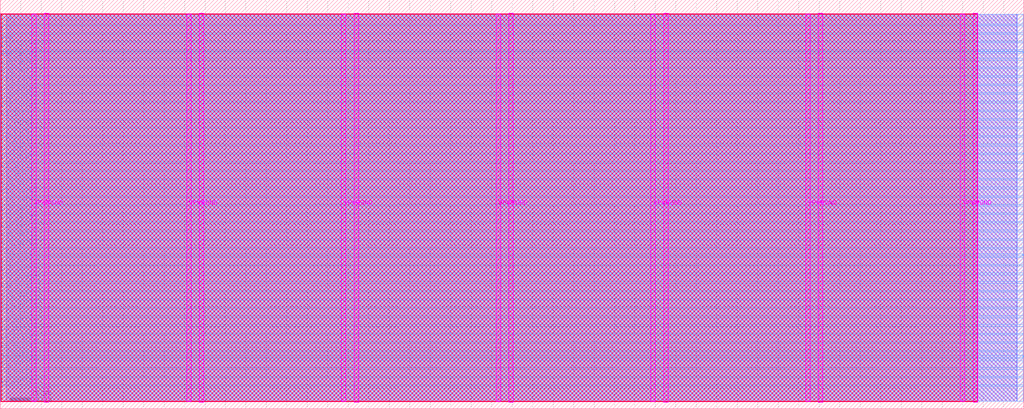
<source format=lef>
VERSION 5.7 ;
  NOWIREEXTENSIONATPIN ON ;
  DIVIDERCHAR "/" ;
  BUSBITCHARS "[]" ;
MACRO heichips25_bagel
  CLASS BLOCK ;
  FOREIGN heichips25_bagel ;
  ORIGIN 0.000 0.000 ;
  SIZE 500.000 BY 200.000 ;
  PIN VGND
    DIRECTION INOUT ;
    USE GROUND ;
    PORT
      LAYER TopMetal1 ;
        RECT 21.580 3.150 23.780 193.410 ;
    END
    PORT
      LAYER TopMetal1 ;
        RECT 97.180 3.150 99.380 193.410 ;
    END
    PORT
      LAYER TopMetal1 ;
        RECT 172.780 3.150 174.980 193.410 ;
    END
    PORT
      LAYER TopMetal1 ;
        RECT 248.380 3.150 250.580 193.410 ;
    END
    PORT
      LAYER TopMetal1 ;
        RECT 323.980 3.150 326.180 193.410 ;
    END
    PORT
      LAYER TopMetal1 ;
        RECT 399.580 3.150 401.780 193.410 ;
    END
    PORT
      LAYER TopMetal1 ;
        RECT 475.180 3.150 477.380 193.410 ;
    END
  END VGND
  PIN VPWR
    DIRECTION INOUT ;
    USE POWER ;
    PORT
      LAYER TopMetal1 ;
        RECT 15.380 3.560 17.580 193.000 ;
    END
    PORT
      LAYER TopMetal1 ;
        RECT 90.980 3.560 93.180 193.000 ;
    END
    PORT
      LAYER TopMetal1 ;
        RECT 166.580 3.560 168.780 193.000 ;
    END
    PORT
      LAYER TopMetal1 ;
        RECT 242.180 3.560 244.380 193.000 ;
    END
    PORT
      LAYER TopMetal1 ;
        RECT 317.780 3.560 319.980 193.000 ;
    END
    PORT
      LAYER TopMetal1 ;
        RECT 393.380 3.560 395.580 193.000 ;
    END
    PORT
      LAYER TopMetal1 ;
        RECT 468.980 3.560 471.180 193.000 ;
    END
  END VPWR
  PIN clk
    DIRECTION INPUT ;
    USE SIGNAL ;
    ANTENNAGATEAREA 1.450800 ;
    PORT
      LAYER Metal3 ;
        RECT 0.000 183.340 0.400 183.740 ;
    END
  END clk
  PIN ena
    DIRECTION INPUT ;
    USE SIGNAL ;
    PORT
      LAYER Metal3 ;
        RECT 0.000 179.140 0.400 179.540 ;
    END
  END ena
  PIN rst_n
    DIRECTION INPUT ;
    USE SIGNAL ;
    ANTENNAGATEAREA 1.450800 ;
    PORT
      LAYER Metal3 ;
        RECT 0.000 187.540 0.400 187.940 ;
    END
  END rst_n
  PIN tmds_b
    DIRECTION OUTPUT ;
    USE SIGNAL ;
    ANTENNADIFFAREA 0.708600 ;
    PORT
      LAYER Metal3 ;
        RECT 499.600 124.540 500.000 124.940 ;
    END
  END tmds_b
  PIN tmds_clk
    DIRECTION OUTPUT ;
    USE SIGNAL ;
    ANTENNADIFFAREA 0.708600 ;
    PORT
      LAYER Metal3 ;
        RECT 499.600 174.100 500.000 174.500 ;
    END
  END tmds_clk
  PIN tmds_g
    DIRECTION OUTPUT ;
    USE SIGNAL ;
    ANTENNADIFFAREA 0.708600 ;
    PORT
      LAYER Metal3 ;
        RECT 499.600 74.980 500.000 75.380 ;
    END
  END tmds_g
  PIN tmds_r
    DIRECTION OUTPUT ;
    USE SIGNAL ;
    ANTENNADIFFAREA 0.708600 ;
    PORT
      LAYER Metal3 ;
        RECT 499.600 25.420 500.000 25.820 ;
    END
  END tmds_r
  PIN ui_in[0]
    DIRECTION INPUT ;
    USE SIGNAL ;
    ANTENNAGATEAREA 0.213200 ;
    PORT
      LAYER Metal3 ;
        RECT 0.000 111.940 0.400 112.340 ;
    END
  END ui_in[0]
  PIN ui_in[1]
    DIRECTION INPUT ;
    USE SIGNAL ;
    ANTENNAGATEAREA 0.213200 ;
    PORT
      LAYER Metal3 ;
        RECT 0.000 116.140 0.400 116.540 ;
    END
  END ui_in[1]
  PIN ui_in[2]
    DIRECTION INPUT ;
    USE SIGNAL ;
    PORT
      LAYER Metal3 ;
        RECT 0.000 120.340 0.400 120.740 ;
    END
  END ui_in[2]
  PIN ui_in[3]
    DIRECTION INPUT ;
    USE SIGNAL ;
    PORT
      LAYER Metal3 ;
        RECT 0.000 124.540 0.400 124.940 ;
    END
  END ui_in[3]
  PIN ui_in[4]
    DIRECTION INPUT ;
    USE SIGNAL ;
    ANTENNAGATEAREA 0.725400 ;
    PORT
      LAYER Metal3 ;
        RECT 0.000 128.740 0.400 129.140 ;
    END
  END ui_in[4]
  PIN ui_in[5]
    DIRECTION INPUT ;
    USE SIGNAL ;
    ANTENNAGATEAREA 1.450800 ;
    PORT
      LAYER Metal3 ;
        RECT 0.000 132.940 0.400 133.340 ;
    END
  END ui_in[5]
  PIN ui_in[6]
    DIRECTION INPUT ;
    USE SIGNAL ;
    ANTENNAGATEAREA 1.450800 ;
    PORT
      LAYER Metal3 ;
        RECT 0.000 137.140 0.400 137.540 ;
    END
  END ui_in[6]
  PIN ui_in[7]
    DIRECTION INPUT ;
    USE SIGNAL ;
    ANTENNAGATEAREA 0.725400 ;
    PORT
      LAYER Metal3 ;
        RECT 0.000 141.340 0.400 141.740 ;
    END
  END ui_in[7]
  PIN uio_in[0]
    DIRECTION INPUT ;
    USE SIGNAL ;
    PORT
      LAYER Metal3 ;
        RECT 0.000 145.540 0.400 145.940 ;
    END
  END uio_in[0]
  PIN uio_in[1]
    DIRECTION INPUT ;
    USE SIGNAL ;
    PORT
      LAYER Metal3 ;
        RECT 0.000 149.740 0.400 150.140 ;
    END
  END uio_in[1]
  PIN uio_in[2]
    DIRECTION INPUT ;
    USE SIGNAL ;
    PORT
      LAYER Metal3 ;
        RECT 0.000 153.940 0.400 154.340 ;
    END
  END uio_in[2]
  PIN uio_in[3]
    DIRECTION INPUT ;
    USE SIGNAL ;
    PORT
      LAYER Metal3 ;
        RECT 0.000 158.140 0.400 158.540 ;
    END
  END uio_in[3]
  PIN uio_in[4]
    DIRECTION INPUT ;
    USE SIGNAL ;
    PORT
      LAYER Metal3 ;
        RECT 0.000 162.340 0.400 162.740 ;
    END
  END uio_in[4]
  PIN uio_in[5]
    DIRECTION INPUT ;
    USE SIGNAL ;
    PORT
      LAYER Metal3 ;
        RECT 0.000 166.540 0.400 166.940 ;
    END
  END uio_in[5]
  PIN uio_in[6]
    DIRECTION INPUT ;
    USE SIGNAL ;
    PORT
      LAYER Metal3 ;
        RECT 0.000 170.740 0.400 171.140 ;
    END
  END uio_in[6]
  PIN uio_in[7]
    DIRECTION INPUT ;
    USE SIGNAL ;
    PORT
      LAYER Metal3 ;
        RECT 0.000 174.940 0.400 175.340 ;
    END
  END uio_in[7]
  PIN uio_oe[0]
    DIRECTION OUTPUT ;
    USE SIGNAL ;
    ANTENNADIFFAREA 0.299200 ;
    PORT
      LAYER Metal3 ;
        RECT 0.000 78.340 0.400 78.740 ;
    END
  END uio_oe[0]
  PIN uio_oe[1]
    DIRECTION OUTPUT ;
    USE SIGNAL ;
    ANTENNADIFFAREA 0.299200 ;
    PORT
      LAYER Metal3 ;
        RECT 0.000 82.540 0.400 82.940 ;
    END
  END uio_oe[1]
  PIN uio_oe[2]
    DIRECTION OUTPUT ;
    USE SIGNAL ;
    ANTENNADIFFAREA 0.299200 ;
    PORT
      LAYER Metal3 ;
        RECT 0.000 86.740 0.400 87.140 ;
    END
  END uio_oe[2]
  PIN uio_oe[3]
    DIRECTION OUTPUT ;
    USE SIGNAL ;
    ANTENNADIFFAREA 0.299200 ;
    PORT
      LAYER Metal3 ;
        RECT 0.000 90.940 0.400 91.340 ;
    END
  END uio_oe[3]
  PIN uio_oe[4]
    DIRECTION OUTPUT ;
    USE SIGNAL ;
    ANTENNADIFFAREA 0.299200 ;
    PORT
      LAYER Metal3 ;
        RECT 0.000 95.140 0.400 95.540 ;
    END
  END uio_oe[4]
  PIN uio_oe[5]
    DIRECTION OUTPUT ;
    USE SIGNAL ;
    ANTENNADIFFAREA 0.299200 ;
    PORT
      LAYER Metal3 ;
        RECT 0.000 99.340 0.400 99.740 ;
    END
  END uio_oe[5]
  PIN uio_oe[6]
    DIRECTION OUTPUT ;
    USE SIGNAL ;
    ANTENNADIFFAREA 0.299200 ;
    PORT
      LAYER Metal3 ;
        RECT 0.000 103.540 0.400 103.940 ;
    END
  END uio_oe[6]
  PIN uio_oe[7]
    DIRECTION OUTPUT ;
    USE SIGNAL ;
    ANTENNADIFFAREA 0.299200 ;
    PORT
      LAYER Metal3 ;
        RECT 0.000 107.740 0.400 108.140 ;
    END
  END uio_oe[7]
  PIN uio_out[0]
    DIRECTION OUTPUT ;
    USE SIGNAL ;
    ANTENNADIFFAREA 0.708600 ;
    PORT
      LAYER Metal3 ;
        RECT 0.000 44.740 0.400 45.140 ;
    END
  END uio_out[0]
  PIN uio_out[1]
    DIRECTION OUTPUT ;
    USE SIGNAL ;
    ANTENNADIFFAREA 0.299200 ;
    PORT
      LAYER Metal3 ;
        RECT 0.000 48.940 0.400 49.340 ;
    END
  END uio_out[1]
  PIN uio_out[2]
    DIRECTION OUTPUT ;
    USE SIGNAL ;
    ANTENNADIFFAREA 0.708600 ;
    PORT
      LAYER Metal3 ;
        RECT 0.000 53.140 0.400 53.540 ;
    END
  END uio_out[2]
  PIN uio_out[3]
    DIRECTION OUTPUT ;
    USE SIGNAL ;
    ANTENNADIFFAREA 0.708600 ;
    PORT
      LAYER Metal3 ;
        RECT 0.000 57.340 0.400 57.740 ;
    END
  END uio_out[3]
  PIN uio_out[4]
    DIRECTION OUTPUT ;
    USE SIGNAL ;
    ANTENNADIFFAREA 0.708600 ;
    PORT
      LAYER Metal3 ;
        RECT 0.000 61.540 0.400 61.940 ;
    END
  END uio_out[4]
  PIN uio_out[5]
    DIRECTION OUTPUT ;
    USE SIGNAL ;
    ANTENNADIFFAREA 0.299200 ;
    PORT
      LAYER Metal3 ;
        RECT 0.000 65.740 0.400 66.140 ;
    END
  END uio_out[5]
  PIN uio_out[6]
    DIRECTION OUTPUT ;
    USE SIGNAL ;
    ANTENNADIFFAREA 0.708600 ;
    PORT
      LAYER Metal3 ;
        RECT 0.000 69.940 0.400 70.340 ;
    END
  END uio_out[6]
  PIN uio_out[7]
    DIRECTION OUTPUT ;
    USE SIGNAL ;
    ANTENNADIFFAREA 0.708600 ;
    PORT
      LAYER Metal3 ;
        RECT 0.000 74.140 0.400 74.540 ;
    END
  END uio_out[7]
  PIN uo_out[0]
    DIRECTION OUTPUT ;
    USE SIGNAL ;
    ANTENNADIFFAREA 0.708600 ;
    PORT
      LAYER Metal3 ;
        RECT 0.000 11.140 0.400 11.540 ;
    END
  END uo_out[0]
  PIN uo_out[1]
    DIRECTION OUTPUT ;
    USE SIGNAL ;
    ANTENNADIFFAREA 0.708600 ;
    PORT
      LAYER Metal3 ;
        RECT 0.000 15.340 0.400 15.740 ;
    END
  END uo_out[1]
  PIN uo_out[2]
    DIRECTION OUTPUT ;
    USE SIGNAL ;
    ANTENNADIFFAREA 0.708600 ;
    PORT
      LAYER Metal3 ;
        RECT 0.000 19.540 0.400 19.940 ;
    END
  END uo_out[2]
  PIN uo_out[3]
    DIRECTION OUTPUT ;
    USE SIGNAL ;
    ANTENNADIFFAREA 0.708600 ;
    PORT
      LAYER Metal3 ;
        RECT 0.000 23.740 0.400 24.140 ;
    END
  END uo_out[3]
  PIN uo_out[4]
    DIRECTION OUTPUT ;
    USE SIGNAL ;
    ANTENNADIFFAREA 0.708600 ;
    PORT
      LAYER Metal3 ;
        RECT 0.000 27.940 0.400 28.340 ;
    END
  END uo_out[4]
  PIN uo_out[5]
    DIRECTION OUTPUT ;
    USE SIGNAL ;
    ANTENNADIFFAREA 0.708600 ;
    PORT
      LAYER Metal3 ;
        RECT 0.000 32.140 0.400 32.540 ;
    END
  END uo_out[5]
  PIN uo_out[6]
    DIRECTION OUTPUT ;
    USE SIGNAL ;
    ANTENNADIFFAREA 0.708600 ;
    PORT
      LAYER Metal3 ;
        RECT 0.000 36.340 0.400 36.740 ;
    END
  END uo_out[6]
  PIN uo_out[7]
    DIRECTION OUTPUT ;
    USE SIGNAL ;
    ANTENNADIFFAREA 0.708600 ;
    PORT
      LAYER Metal3 ;
        RECT 0.000 40.540 0.400 40.940 ;
    END
  END uo_out[7]
  OBS
      LAYER GatPoly ;
        RECT 2.880 3.630 496.800 192.930 ;
      LAYER Metal1 ;
        RECT 2.880 3.560 496.800 193.000 ;
      LAYER Metal2 ;
        RECT 0.855 3.635 496.425 192.925 ;
      LAYER Metal3 ;
        RECT 0.100 188.150 499.600 192.880 ;
        RECT 0.610 187.330 499.600 188.150 ;
        RECT 0.100 183.950 499.600 187.330 ;
        RECT 0.610 183.130 499.600 183.950 ;
        RECT 0.100 179.750 499.600 183.130 ;
        RECT 0.610 178.930 499.600 179.750 ;
        RECT 0.100 175.550 499.600 178.930 ;
        RECT 0.610 174.730 499.600 175.550 ;
        RECT 0.100 174.710 499.600 174.730 ;
        RECT 0.100 173.890 499.390 174.710 ;
        RECT 0.100 171.350 499.600 173.890 ;
        RECT 0.610 170.530 499.600 171.350 ;
        RECT 0.100 167.150 499.600 170.530 ;
        RECT 0.610 166.330 499.600 167.150 ;
        RECT 0.100 162.950 499.600 166.330 ;
        RECT 0.610 162.130 499.600 162.950 ;
        RECT 0.100 158.750 499.600 162.130 ;
        RECT 0.610 157.930 499.600 158.750 ;
        RECT 0.100 154.550 499.600 157.930 ;
        RECT 0.610 153.730 499.600 154.550 ;
        RECT 0.100 150.350 499.600 153.730 ;
        RECT 0.610 149.530 499.600 150.350 ;
        RECT 0.100 146.150 499.600 149.530 ;
        RECT 0.610 145.330 499.600 146.150 ;
        RECT 0.100 141.950 499.600 145.330 ;
        RECT 0.610 141.130 499.600 141.950 ;
        RECT 0.100 137.750 499.600 141.130 ;
        RECT 0.610 136.930 499.600 137.750 ;
        RECT 0.100 133.550 499.600 136.930 ;
        RECT 0.610 132.730 499.600 133.550 ;
        RECT 0.100 129.350 499.600 132.730 ;
        RECT 0.610 128.530 499.600 129.350 ;
        RECT 0.100 125.150 499.600 128.530 ;
        RECT 0.610 124.330 499.390 125.150 ;
        RECT 0.100 120.950 499.600 124.330 ;
        RECT 0.610 120.130 499.600 120.950 ;
        RECT 0.100 116.750 499.600 120.130 ;
        RECT 0.610 115.930 499.600 116.750 ;
        RECT 0.100 112.550 499.600 115.930 ;
        RECT 0.610 111.730 499.600 112.550 ;
        RECT 0.100 108.350 499.600 111.730 ;
        RECT 0.610 107.530 499.600 108.350 ;
        RECT 0.100 104.150 499.600 107.530 ;
        RECT 0.610 103.330 499.600 104.150 ;
        RECT 0.100 99.950 499.600 103.330 ;
        RECT 0.610 99.130 499.600 99.950 ;
        RECT 0.100 95.750 499.600 99.130 ;
        RECT 0.610 94.930 499.600 95.750 ;
        RECT 0.100 91.550 499.600 94.930 ;
        RECT 0.610 90.730 499.600 91.550 ;
        RECT 0.100 87.350 499.600 90.730 ;
        RECT 0.610 86.530 499.600 87.350 ;
        RECT 0.100 83.150 499.600 86.530 ;
        RECT 0.610 82.330 499.600 83.150 ;
        RECT 0.100 78.950 499.600 82.330 ;
        RECT 0.610 78.130 499.600 78.950 ;
        RECT 0.100 75.590 499.600 78.130 ;
        RECT 0.100 74.770 499.390 75.590 ;
        RECT 0.100 74.750 499.600 74.770 ;
        RECT 0.610 73.930 499.600 74.750 ;
        RECT 0.100 70.550 499.600 73.930 ;
        RECT 0.610 69.730 499.600 70.550 ;
        RECT 0.100 66.350 499.600 69.730 ;
        RECT 0.610 65.530 499.600 66.350 ;
        RECT 0.100 62.150 499.600 65.530 ;
        RECT 0.610 61.330 499.600 62.150 ;
        RECT 0.100 57.950 499.600 61.330 ;
        RECT 0.610 57.130 499.600 57.950 ;
        RECT 0.100 53.750 499.600 57.130 ;
        RECT 0.610 52.930 499.600 53.750 ;
        RECT 0.100 49.550 499.600 52.930 ;
        RECT 0.610 48.730 499.600 49.550 ;
        RECT 0.100 45.350 499.600 48.730 ;
        RECT 0.610 44.530 499.600 45.350 ;
        RECT 0.100 41.150 499.600 44.530 ;
        RECT 0.610 40.330 499.600 41.150 ;
        RECT 0.100 36.950 499.600 40.330 ;
        RECT 0.610 36.130 499.600 36.950 ;
        RECT 0.100 32.750 499.600 36.130 ;
        RECT 0.610 31.930 499.600 32.750 ;
        RECT 0.100 28.550 499.600 31.930 ;
        RECT 0.610 27.730 499.600 28.550 ;
        RECT 0.100 26.030 499.600 27.730 ;
        RECT 0.100 25.210 499.390 26.030 ;
        RECT 0.100 24.350 499.600 25.210 ;
        RECT 0.610 23.530 499.600 24.350 ;
        RECT 0.100 20.150 499.600 23.530 ;
        RECT 0.610 19.330 499.600 20.150 ;
        RECT 0.100 15.950 499.600 19.330 ;
        RECT 0.610 15.130 499.600 15.950 ;
        RECT 0.100 11.750 499.600 15.130 ;
        RECT 0.610 10.930 499.600 11.750 ;
        RECT 0.100 3.680 499.600 10.930 ;
      LAYER Metal4 ;
        RECT 0.375 3.635 477.200 192.925 ;
      LAYER Metal5 ;
        RECT 0.335 3.470 477.245 193.090 ;
  END
END heichips25_bagel
END LIBRARY


</source>
